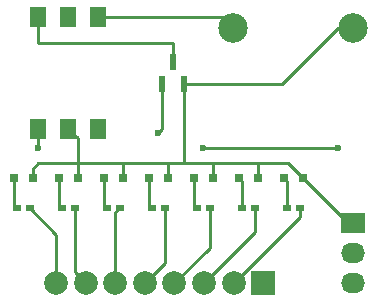
<source format=gbr>
G04 #@! TF.FileFunction,Copper,L1,Top,Signal*
%FSLAX46Y46*%
G04 Gerber Fmt 4.6, Leading zero omitted, Abs format (unit mm)*
G04 Created by KiCad (PCBNEW 4.0.6) date 07/20/17 18:35:02*
%MOMM*%
%LPD*%
G01*
G04 APERTURE LIST*
%ADD10C,0.100000*%
%ADD11C,2.499360*%
%ADD12R,0.800000X0.800000*%
%ADD13R,2.000000X2.000000*%
%ADD14C,2.000000*%
%ADD15R,2.030000X1.730000*%
%ADD16O,2.030000X1.730000*%
%ADD17R,0.558800X1.422400*%
%ADD18R,0.660400X0.508000*%
%ADD19R,1.450000X1.700000*%
%ADD20C,0.600000*%
%ADD21C,0.250000*%
G04 APERTURE END LIST*
D10*
D11*
X190500000Y-90170000D03*
X180340000Y-90170000D03*
D12*
X163360000Y-102870000D03*
X161760000Y-102870000D03*
X167170000Y-102870000D03*
X165570000Y-102870000D03*
X170980000Y-102870000D03*
X169380000Y-102870000D03*
X174790000Y-102870000D03*
X173190000Y-102870000D03*
X178600000Y-102870000D03*
X177000000Y-102870000D03*
X182410000Y-102870000D03*
X180810000Y-102870000D03*
X186220000Y-102870000D03*
X184620000Y-102870000D03*
D13*
X182880000Y-111760000D03*
D14*
X180370000Y-111760000D03*
X177870000Y-111760000D03*
X175370000Y-111760000D03*
X172870000Y-111760000D03*
X170370000Y-111760000D03*
X167870000Y-111760000D03*
X165370000Y-111760000D03*
D15*
X190500000Y-106680000D03*
D16*
X190500000Y-109220000D03*
X190500000Y-111760000D03*
D17*
X174307500Y-94945200D03*
X176212500Y-94945200D03*
X175260000Y-93014800D03*
D18*
X162001200Y-105410000D03*
X163118800Y-105410000D03*
X165811200Y-105410000D03*
X166928800Y-105410000D03*
X169621200Y-105410000D03*
X170738800Y-105410000D03*
X173431200Y-105410000D03*
X174548800Y-105410000D03*
X177241200Y-105410000D03*
X178358800Y-105410000D03*
X181051200Y-105410000D03*
X182168800Y-105410000D03*
X184861200Y-105410000D03*
X185978800Y-105410000D03*
D19*
X163830000Y-98680000D03*
X166370000Y-98680000D03*
X168910000Y-98680000D03*
X168910000Y-89280000D03*
X166370000Y-89280000D03*
X163830000Y-89280000D03*
D20*
X173990000Y-99060000D03*
X163830000Y-100330000D03*
X177800000Y-100330000D03*
X189230000Y-100330000D03*
D21*
X176212500Y-94945200D02*
X176212500Y-101600000D01*
X176212500Y-101600000D02*
X176530000Y-101600000D01*
X190500000Y-106680000D02*
X190030000Y-106680000D01*
X190030000Y-106680000D02*
X186220000Y-102870000D01*
X190500000Y-90170000D02*
X189230000Y-90170000D01*
X189230000Y-90170000D02*
X184454800Y-94945200D01*
X184454800Y-94945200D02*
X176212500Y-94945200D01*
X182410000Y-102870000D02*
X182410000Y-101600000D01*
X182410000Y-101600000D02*
X182880000Y-101600000D01*
X178600000Y-102870000D02*
X178600000Y-101600000D01*
X178600000Y-101600000D02*
X179070000Y-101600000D01*
X174790000Y-102870000D02*
X174790000Y-101600000D01*
X170980000Y-102870000D02*
X170980000Y-101600000D01*
X170980000Y-101600000D02*
X171450000Y-101600000D01*
X167170000Y-102870000D02*
X167170000Y-101600000D01*
X167170000Y-101600000D02*
X167640000Y-101600000D01*
X163360000Y-102870000D02*
X163360000Y-102070000D01*
X163360000Y-102070000D02*
X163830000Y-101600000D01*
X163830000Y-101600000D02*
X167640000Y-101600000D01*
X184950000Y-101600000D02*
X186220000Y-102870000D01*
X167640000Y-101600000D02*
X171450000Y-101600000D01*
X175260000Y-101600000D02*
X176530000Y-101600000D01*
X176530000Y-101600000D02*
X179070000Y-101600000D01*
X179070000Y-101600000D02*
X182880000Y-101600000D01*
X182880000Y-101600000D02*
X184950000Y-101600000D01*
X167170000Y-102870000D02*
X167170000Y-99480000D01*
X167170000Y-99480000D02*
X166370000Y-98680000D01*
X174790000Y-101600000D02*
X175260000Y-101600000D01*
X171450000Y-101600000D02*
X175260000Y-101600000D01*
X168910000Y-89280000D02*
X179450000Y-89280000D01*
X179450000Y-89280000D02*
X180340000Y-90170000D01*
X161760000Y-102870000D02*
X161760000Y-105168800D01*
X161760000Y-105168800D02*
X162001200Y-105410000D01*
X161760000Y-105168800D02*
X162001200Y-105410000D01*
X165570000Y-102870000D02*
X165570000Y-105168800D01*
X165570000Y-105168800D02*
X165811200Y-105410000D01*
X169380000Y-102870000D02*
X169380000Y-105168800D01*
X169380000Y-105168800D02*
X169621200Y-105410000D01*
X173190000Y-102870000D02*
X173190000Y-105168800D01*
X173190000Y-105168800D02*
X173431200Y-105410000D01*
X177000000Y-102870000D02*
X177000000Y-105168800D01*
X177000000Y-105168800D02*
X177241200Y-105410000D01*
X181051200Y-105410000D02*
X181051200Y-103111200D01*
X181051200Y-103111200D02*
X180810000Y-102870000D01*
X184861200Y-105410000D02*
X184861200Y-103111200D01*
X184861200Y-103111200D02*
X184620000Y-102870000D01*
X174307500Y-98742500D02*
X174307500Y-94945200D01*
X173990000Y-99060000D02*
X174307500Y-98742500D01*
X185978800Y-105410000D02*
X185978800Y-106151200D01*
X185978800Y-106151200D02*
X180370000Y-111760000D01*
X182168800Y-105410000D02*
X182168800Y-107461200D01*
X182168800Y-107461200D02*
X177870000Y-111760000D01*
X178358800Y-105410000D02*
X178358800Y-108771200D01*
X178358800Y-108771200D02*
X175370000Y-111760000D01*
X174548800Y-105410000D02*
X174548800Y-110081200D01*
X174548800Y-110081200D02*
X172870000Y-111760000D01*
X170370000Y-111760000D02*
X170370000Y-105778800D01*
X170370000Y-105778800D02*
X170738800Y-105410000D01*
X166928800Y-105410000D02*
X166928800Y-110818800D01*
X166928800Y-110818800D02*
X167870000Y-111760000D01*
X165370000Y-111760000D02*
X165370000Y-107661200D01*
X165370000Y-107661200D02*
X163118800Y-105410000D01*
X163830000Y-100330000D02*
X163830000Y-98680000D01*
X189230000Y-100330000D02*
X177800000Y-100330000D01*
X175260000Y-93014800D02*
X175260000Y-91440000D01*
X163830000Y-91440000D02*
X163830000Y-89280000D01*
X175260000Y-91440000D02*
X163830000Y-91440000D01*
M02*

</source>
